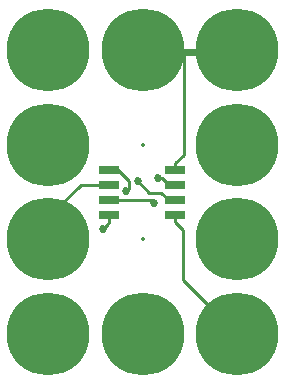
<source format=gtl>
%TF.GenerationSoftware,KiCad,Pcbnew,4.0.5-e0-6337~49~ubuntu16.04.1*%
%TF.CreationDate,2017-04-21T18:18:13-07:00*%
%TF.ProjectId,3x4-555-Timer-8SOIC-Breakout,3378342D3535352D54696D65722D3853,1.0*%
%TF.FileFunction,Copper,L1,Top,Signal*%
%FSLAX46Y46*%
G04 Gerber Fmt 4.6, Leading zero omitted, Abs format (unit mm)*
G04 Created by KiCad (PCBNEW 4.0.5-e0-6337~49~ubuntu16.04.1) date Fri Apr 21 18:18:13 2017*
%MOMM*%
%LPD*%
G01*
G04 APERTURE LIST*
%ADD10C,0.350000*%
%ADD11C,0.406400*%
%ADD12C,7.000000*%
%ADD13R,1.750000X0.650000*%
%ADD14C,0.685800*%
%ADD15C,0.254000*%
%ADD16C,0.330200*%
%ADD17C,0.350000*%
G04 APERTURE END LIST*
D10*
D11*
X26330100Y-64985900D02*
X34330100Y-64985900D01*
D12*
X18531300Y-88709500D03*
X18531300Y-72709500D03*
X18531300Y-80709500D03*
X26531300Y-88709500D03*
X18531300Y-64709500D03*
X34531300Y-72709500D03*
X34531300Y-88709500D03*
X34531300Y-80709500D03*
X34531300Y-64709500D03*
X26531300Y-64709500D03*
D13*
X23706900Y-74866500D03*
X23706900Y-76136500D03*
X23706900Y-77406500D03*
X23706900Y-78676500D03*
X29306900Y-78676500D03*
X29306900Y-77406500D03*
X29306900Y-76136500D03*
X29306900Y-74866500D03*
D14*
X23136211Y-79880467D03*
X27495500Y-77660500D03*
X25149672Y-76645691D03*
X27814634Y-75516992D03*
X26098500Y-75819000D03*
D15*
X23479110Y-79537568D02*
X23136211Y-79880467D01*
X23706900Y-78676500D02*
X23706900Y-79309778D01*
X23706900Y-79309778D02*
X23479110Y-79537568D01*
X18531300Y-78877700D02*
X21272500Y-76136500D01*
X21272500Y-76136500D02*
X23706900Y-76136500D01*
X18531300Y-80709500D02*
X18531300Y-78877700D01*
X25209500Y-77406500D02*
X27241500Y-77406500D01*
X27241500Y-77406500D02*
X27495500Y-77660500D01*
X23706900Y-77406500D02*
X25209500Y-77406500D01*
X25336500Y-75755500D02*
X25336500Y-76458863D01*
X25336500Y-76458863D02*
X25149672Y-76645691D01*
X23706900Y-74866500D02*
X24447500Y-74866500D01*
X24447500Y-74866500D02*
X25336500Y-75755500D01*
X28756900Y-76136500D02*
X28137392Y-75516992D01*
X28137392Y-75516992D02*
X27814634Y-75516992D01*
X29306900Y-76136500D02*
X28756900Y-76136500D01*
X29972000Y-84150200D02*
X29972000Y-79920600D01*
X29972000Y-79920600D02*
X29306900Y-79255500D01*
X29306900Y-79255500D02*
X29306900Y-78676500D01*
X34531300Y-88709500D02*
X29972000Y-84150200D01*
X28121900Y-76771500D02*
X27051000Y-76771500D01*
X27051000Y-76771500D02*
X26098500Y-75819000D01*
X29306900Y-77406500D02*
X28756900Y-77406500D01*
X28756900Y-77406500D02*
X28121900Y-76771500D01*
X34531300Y-64709500D02*
X26531300Y-64709500D01*
X29306900Y-74866500D02*
X29306900Y-74287500D01*
X29306900Y-74287500D02*
X30031299Y-73563101D01*
X30031299Y-64837701D02*
X29903098Y-64709500D01*
X30031299Y-73563101D02*
X30031299Y-64837701D01*
X29903098Y-64709500D02*
X26531300Y-64709500D01*
D16*
X23136211Y-79880467D03*
X27495500Y-77660500D03*
X25149672Y-76645691D03*
X27814634Y-75516992D03*
X26098500Y-75819000D03*
D17*
X18531300Y-88709500D03*
X26531300Y-72709500D03*
X18531300Y-72709500D03*
X18531300Y-80709500D03*
X26531300Y-80709500D03*
X26531300Y-88709500D03*
X18531300Y-64709500D03*
X34531300Y-72709500D03*
X34531300Y-88709500D03*
X34531300Y-80709500D03*
X34531300Y-64709500D03*
X26531300Y-64709500D03*
M02*

</source>
